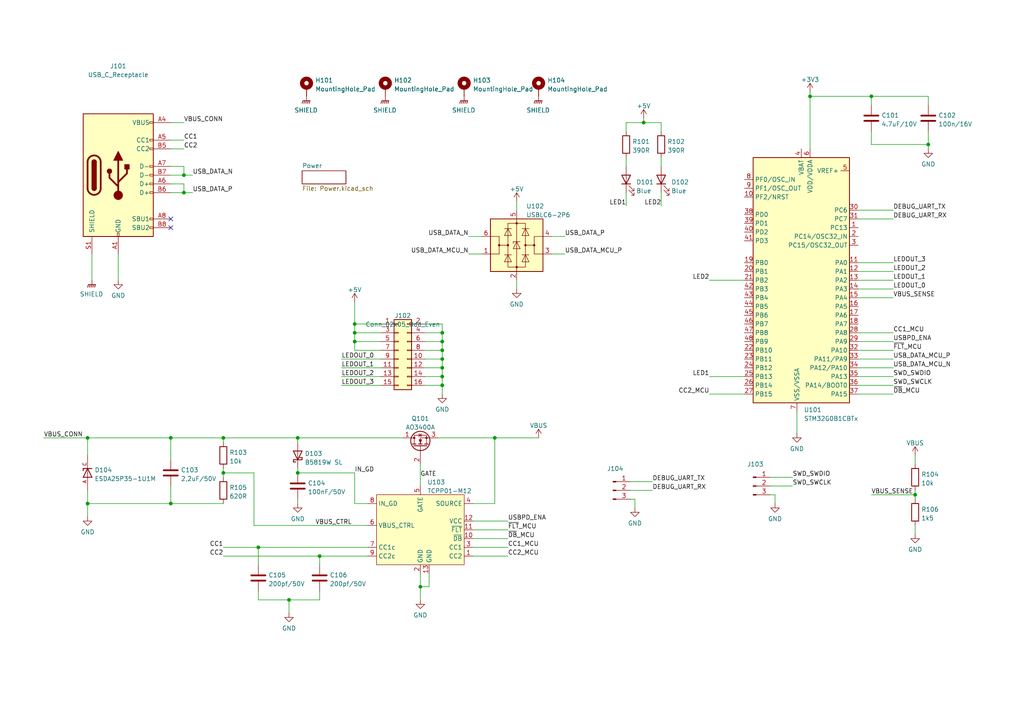
<source format=kicad_sch>
(kicad_sch (version 20211123) (generator eeschema)
  (paper "A4")
  (lib_symbols
    (symbol "Connector:Conn_01x03_Male" (pin_names (offset 1.016) hide)
      (property "Reference" "J" (at 0 5.08 0))
      (property "Value" "Conn_01x03_Male" (at 0 -5.08 0))
      (symbol "Conn_01x03_Male_1_1"
        (polyline (pts (xy 1.27 -2.54) (xy 0.8636 -2.54)) (stroke (width 0.1524)))
        (polyline (pts (xy 1.27 0) (xy 0.8636 0)) (stroke (width 0.1524)))
        (polyline (pts (xy 1.27 2.54) (xy 0.8636 2.54)) (stroke (width 0.1524)))
        (rectangle (start 0.8636 -2.413) (end 0 -2.667) (stroke (width 0.1524)) (fill (type outline)))
        (rectangle (start 0.8636 0.127) (end 0 -0.127) (stroke (width 0.1524)) (fill (type outline)))
        (rectangle (start 0.8636 2.667) (end 0 2.413) (stroke (width 0.1524)) (fill (type outline)))
        (pin passive line (at 5.08 2.54 180) (length 3.81) (name "Pin_1") (number "1"))
        (pin passive line (at 5.08 0 180) (length 3.81) (name "Pin_2") (number "2"))
        (pin passive line (at 5.08 -2.54 180) (length 3.81) (name "Pin_3") (number "3"))
      )
    )
    (symbol "Connector:USB_C_Receptacle_USB2.0" (pin_names (offset 1.016))
      (property "Reference" "J" (at -10.16 19.05 0))
      (property "Value" "USB_C_Receptacle_USB2.0" (at 19.05 19.05 0))
      (symbol "USB_C_Receptacle_USB2.0_0_0"
        (rectangle (start -0.254 -17.78) (end 0.254 -16.764))
        (rectangle (start 10.16 -14.986) (end 9.144 -15.494))
        (rectangle (start 10.16 -12.446) (end 9.144 -12.954))
        (rectangle (start 10.16 -4.826) (end 9.144 -5.334))
        (rectangle (start 10.16 -2.286) (end 9.144 -2.794))
        (rectangle (start 10.16 0.254) (end 9.144 -0.254))
        (rectangle (start 10.16 2.794) (end 9.144 2.286))
        (rectangle (start 10.16 7.874) (end 9.144 7.366))
        (rectangle (start 10.16 10.414) (end 9.144 9.906))
        (rectangle (start 10.16 15.494) (end 9.144 14.986))
      )
      (symbol "USB_C_Receptacle_USB2.0_0_1"
        (rectangle (start -10.16 17.78) (end 10.16 -17.78) (stroke (width 0.254)) (fill (type background)))
        (arc (start -8.89 -3.81) (mid -6.985 -5.715) (end -5.08 -3.81) (stroke (width 0.508)))
        (arc (start -7.62 -3.81) (mid -6.985 -4.445) (end -6.35 -3.81) (stroke (width 0.254)))
        (arc (start -7.62 -3.81) (mid -6.985 -4.445) (end -6.35 -3.81) (stroke (width 0.254)) (fill (type outline)))
        (rectangle (start -7.62 -3.81) (end -6.35 3.81) (stroke (width 0.254)) (fill (type outline)))
        (arc (start -6.35 3.81) (mid -6.985 4.445) (end -7.62 3.81) (stroke (width 0.254)))
        (arc (start -6.35 3.81) (mid -6.985 4.445) (end -7.62 3.81) (stroke (width 0.254)) (fill (type outline)))
        (arc (start -5.08 3.81) (mid -6.985 5.715) (end -8.89 3.81) (stroke (width 0.508)))
        (circle (center -2.54 1.143) (radius 0.635) (stroke (width 0.254)) (fill (type outline)))
        (circle (center 0 -5.842) (radius 1.27) (fill (type outline)))
        (polyline (pts (xy -8.89 -3.81) (xy -8.89 3.81)) (stroke (width 0.508)))
        (polyline (pts (xy -5.08 3.81) (xy -5.08 -3.81)) (stroke (width 0.508)))
        (polyline (pts (xy 0 -5.842) (xy 0 4.318)) (stroke (width 0.508)))
        (polyline (pts (xy 0 -3.302) (xy -2.54 -0.762) (xy -2.54 0.508)) (stroke (width 0.508)))
        (polyline (pts (xy 0 -2.032) (xy 2.54 0.508) (xy 2.54 1.778)) (stroke (width 0.508)))
        (polyline (pts (xy -1.27 4.318) (xy 0 6.858) (xy 1.27 4.318) (xy -1.27 4.318)) (stroke (width 0.254)) (fill (type outline)))
        (rectangle (start 1.905 1.778) (end 3.175 3.048) (stroke (width 0.254)) (fill (type outline)))
      )
      (symbol "USB_C_Receptacle_USB2.0_1_1"
        (pin passive line (at 0 -22.86 90) (length 5.08) (name "GND") (number "A1"))
        (pin passive line (at 0 -22.86 90) (length 5.08) hide (name "GND") (number "A12"))
        (pin passive line (at 15.24 15.24 180) (length 5.08) (name "VBUS") (number "A4"))
        (pin bidirectional line (at 15.24 10.16 180) (length 5.08) (name "CC1") (number "A5"))
        (pin bidirectional line (at 15.24 -2.54 180) (length 5.08) (name "D+") (number "A6"))
        (pin bidirectional line (at 15.24 2.54 180) (length 5.08) (name "D-") (number "A7"))
        (pin bidirectional line (at 15.24 -12.7 180) (length 5.08) (name "SBU1") (number "A8"))
        (pin passive line (at 15.24 15.24 180) (length 5.08) hide (name "VBUS") (number "A9"))
        (pin passive line (at 0 -22.86 90) (length 5.08) hide (name "GND") (number "B1"))
        (pin passive line (at 0 -22.86 90) (length 5.08) hide (name "GND") (number "B12"))
        (pin passive line (at 15.24 15.24 180) (length 5.08) hide (name "VBUS") (number "B4"))
        (pin bidirectional line (at 15.24 7.62 180) (length 5.08) (name "CC2") (number "B5"))
        (pin bidirectional line (at 15.24 -5.08 180) (length 5.08) (name "D+") (number "B6"))
        (pin bidirectional line (at 15.24 0 180) (length 5.08) (name "D-") (number "B7"))
        (pin bidirectional line (at 15.24 -15.24 180) (length 5.08) (name "SBU2") (number "B8"))
        (pin passive line (at 15.24 15.24 180) (length 5.08) hide (name "VBUS") (number "B9"))
        (pin passive line (at -7.62 -22.86 90) (length 5.08) (name "SHIELD") (number "S1"))
      )
    )
    (symbol "Connector_Generic:Conn_02x08_Odd_Even" (pin_names (offset 1.016) hide)
      (property "Reference" "J" (at 1.27 10.16 0))
      (property "Value" "Conn_02x08_Odd_Even" (at 1.27 -12.7 0))
      (symbol "Conn_02x08_Odd_Even_1_1"
        (rectangle (start -1.27 -10.033) (end 0 -10.287) (stroke (width 0.1524)))
        (rectangle (start -1.27 -7.493) (end 0 -7.747) (stroke (width 0.1524)))
        (rectangle (start -1.27 -4.953) (end 0 -5.207) (stroke (width 0.1524)))
        (rectangle (start -1.27 -2.413) (end 0 -2.667) (stroke (width 0.1524)))
        (rectangle (start -1.27 0.127) (end 0 -0.127) (stroke (width 0.1524)))
        (rectangle (start -1.27 2.667) (end 0 2.413) (stroke (width 0.1524)))
        (rectangle (start -1.27 5.207) (end 0 4.953) (stroke (width 0.1524)))
        (rectangle (start -1.27 7.747) (end 0 7.493) (stroke (width 0.1524)))
        (rectangle (start -1.27 8.89) (end 3.81 -11.43) (stroke (width 0.254)) (fill (type background)))
        (rectangle (start 3.81 -10.033) (end 2.54 -10.287) (stroke (width 0.1524)))
        (rectangle (start 3.81 -7.493) (end 2.54 -7.747) (stroke (width 0.1524)))
        (rectangle (start 3.81 -4.953) (end 2.54 -5.207) (stroke (width 0.1524)))
        (rectangle (start 3.81 -2.413) (end 2.54 -2.667) (stroke (width 0.1524)))
        (rectangle (start 3.81 0.127) (end 2.54 -0.127) (stroke (width 0.1524)))
        (rectangle (start 3.81 2.667) (end 2.54 2.413) (stroke (width 0.1524)))
        (rectangle (start 3.81 5.207) (end 2.54 4.953) (stroke (width 0.1524)))
        (rectangle (start 3.81 7.747) (end 2.54 7.493) (stroke (width 0.1524)))
        (pin passive line (at -5.08 7.62 0) (length 3.81) (name "Pin_1") (number "1"))
        (pin passive line (at 7.62 -2.54 180) (length 3.81) (name "Pin_10") (number "10"))
        (pin passive line (at -5.08 -5.08 0) (length 3.81) (name "Pin_11") (number "11"))
        (pin passive line (at 7.62 -5.08 180) (length 3.81) (name "Pin_12") (number "12"))
        (pin passive line (at -5.08 -7.62 0) (length 3.81) (name "Pin_13") (number "13"))
        (pin passive line (at 7.62 -7.62 180) (length 3.81) (name "Pin_14") (number "14"))
        (pin passive line (at -5.08 -10.16 0) (length 3.81) (name "Pin_15") (number "15"))
        (pin passive line (at 7.62 -10.16 180) (length 3.81) (name "Pin_16") (number "16"))
        (pin passive line (at 7.62 7.62 180) (length 3.81) (name "Pin_2") (number "2"))
        (pin passive line (at -5.08 5.08 0) (length 3.81) (name "Pin_3") (number "3"))
        (pin passive line (at 7.62 5.08 180) (length 3.81) (name "Pin_4") (number "4"))
        (pin passive line (at -5.08 2.54 0) (length 3.81) (name "Pin_5") (number "5"))
        (pin passive line (at 7.62 2.54 180) (length 3.81) (name "Pin_6") (number "6"))
        (pin passive line (at -5.08 0 0) (length 3.81) (name "Pin_7") (number "7"))
        (pin passive line (at 7.62 0 180) (length 3.81) (name "Pin_8") (number "8"))
        (pin passive line (at -5.08 -2.54 0) (length 3.81) (name "Pin_9") (number "9"))
      )
    )
    (symbol "Device:C" (pin_numbers hide) (pin_names (offset 0.254))
      (property "Reference" "C" (at 0.635 2.54 0))
      (property "Value" "C" (at 0.635 -2.54 0))
      (symbol "C_0_1"
        (polyline (pts (xy -2.032 -0.762) (xy 2.032 -0.762)) (stroke (width 0.508)))
        (polyline (pts (xy -2.032 0.762) (xy 2.032 0.762)) (stroke (width 0.508)))
      )
      (symbol "C_1_1"
        (pin passive line (at 0 3.81 270) (length 2.794) (name "~") (number "1"))
        (pin passive line (at 0 -3.81 90) (length 2.794) (name "~") (number "2"))
      )
    )
    (symbol "Device:D_Schottky" (pin_numbers hide) (pin_names (offset 1.016) hide)
      (property "Reference" "D" (at 0 2.54 0))
      (property "Value" "D_Schottky" (at 0 -2.54 0))
      (symbol "D_Schottky_0_1"
        (polyline (pts (xy 1.27 0) (xy -1.27 0)))
        (polyline (pts (xy 1.27 1.27) (xy 1.27 -1.27) (xy -1.27 0) (xy 1.27 1.27)) (stroke (width 0.254)))
        (polyline (pts (xy -1.905 0.635) (xy -1.905 1.27) (xy -1.27 1.27) (xy -1.27 -1.27) (xy -0.635 -1.27) (xy -0.635 -0.635)) (stroke (width 0.254)))
      )
      (symbol "D_Schottky_1_1"
        (pin passive line (at -3.81 0 0) (length 2.54) (name "K") (number "1"))
        (pin passive line (at 3.81 0 180) (length 2.54) (name "A") (number "2"))
      )
    )
    (symbol "Device:LED" (pin_numbers hide) (pin_names (offset 1.016) hide)
      (property "Reference" "D" (at 0 2.54 0))
      (property "Value" "LED" (at 0 -2.54 0))
      (symbol "LED_0_1"
        (polyline (pts (xy -1.27 -1.27) (xy -1.27 1.27)) (stroke (width 0.254)))
        (polyline (pts (xy -1.27 0) (xy 1.27 0)))
        (polyline (pts (xy 1.27 -1.27) (xy 1.27 1.27) (xy -1.27 0) (xy 1.27 -1.27)) (stroke (width 0.254)))
        (polyline (pts (xy -3.048 -0.762) (xy -4.572 -2.286) (xy -3.81 -2.286) (xy -4.572 -2.286) (xy -4.572 -1.524)))
        (polyline (pts (xy -1.778 -0.762) (xy -3.302 -2.286) (xy -2.54 -2.286) (xy -3.302 -2.286) (xy -3.302 -1.524)))
      )
      (symbol "LED_1_1"
        (pin passive line (at -3.81 0 0) (length 2.54) (name "K") (number "1"))
        (pin passive line (at 3.81 0 180) (length 2.54) (name "A") (number "2"))
      )
    )
    (symbol "Device:Q_NMOS_DGS" (pin_names (offset 0) hide)
      (property "Reference" "Q" (at 5.08 1.27 0))
      (property "Value" "Q_NMOS_DGS" (at 5.08 -1.27 0))
      (symbol "Q_NMOS_DGS_0_1"
        (polyline (pts (xy 0.254 0) (xy -2.54 0)))
        (polyline (pts (xy 0.254 1.905) (xy 0.254 -1.905)) (stroke (width 0.254)))
        (polyline (pts (xy 0.762 -1.27) (xy 0.762 -2.286)) (stroke (width 0.254)))
        (polyline (pts (xy 0.762 0.508) (xy 0.762 -0.508)) (stroke (width 0.254)))
        (polyline (pts (xy 0.762 2.286) (xy 0.762 1.27)) (stroke (width 0.254)))
        (polyline (pts (xy 2.54 2.54) (xy 2.54 1.778)))
        (polyline (pts (xy 2.54 -2.54) (xy 2.54 0) (xy 0.762 0)))
        (polyline (pts (xy 0.762 -1.778) (xy 3.302 -1.778) (xy 3.302 1.778) (xy 0.762 1.778)))
        (polyline (pts (xy 1.016 0) (xy 2.032 0.381) (xy 2.032 -0.381) (xy 1.016 0)) (fill (type outline)))
        (polyline (pts (xy 2.794 0.508) (xy 2.921 0.381) (xy 3.683 0.381) (xy 3.81 0.254)))
        (polyline (pts (xy 3.302 0.381) (xy 2.921 -0.254) (xy 3.683 -0.254) (xy 3.302 0.381)))
        (circle (center 1.651 0) (radius 2.794) (stroke (width 0.254)))
        (circle (center 2.54 -1.778) (radius 0.254) (fill (type outline)))
        (circle (center 2.54 1.778) (radius 0.254) (fill (type outline)))
      )
      (symbol "Q_NMOS_DGS_1_1"
        (pin passive line (at 2.54 5.08 270) (length 2.54) (name "D") (number "1"))
        (pin input line (at -5.08 0 0) (length 2.54) (name "G") (number "2"))
        (pin passive line (at 2.54 -5.08 90) (length 2.54) (name "S") (number "3"))
      )
    )
    (symbol "Device:R" (pin_numbers hide) (pin_names (offset 0))
      (property "Reference" "R" (at 2.032 0 90))
      (property "Value" "R" (at 0 0 90))
      (symbol "R_0_1"
        (rectangle (start -1.016 -2.54) (end 1.016 2.54) (stroke (width 0.254)))
      )
      (symbol "R_1_1"
        (pin passive line (at 0 3.81 270) (length 1.27) (name "~") (number "1"))
        (pin passive line (at 0 -3.81 90) (length 1.27) (name "~") (number "2"))
      )
    )
    (symbol "Mechanical:MountingHole_Pad" (pin_numbers hide) (pin_names (offset 1.016) hide)
      (property "Reference" "H" (at 0 6.35 0))
      (property "Value" "MountingHole_Pad" (at 0 4.445 0))
      (symbol "MountingHole_Pad_0_1"
        (circle (center 0 1.27) (radius 1.27) (stroke (width 1.27)))
      )
      (symbol "MountingHole_Pad_1_1"
        (pin input line (at 0 -2.54 90) (length 2.54) (name "1") (number "1"))
      )
    )
    (symbol "Power_Protection:USBLC6-2P6" (pin_names hide)
      (property "Reference" "U" (at 2.54 8.89 0))
      (property "Value" "USBLC6-2P6" (at 2.54 -8.89 0))
      (symbol "USBLC6-2P6_0_1"
        (rectangle (start -7.62 -7.62) (end 7.62 7.62) (stroke (width 0.254)) (fill (type background)))
        (circle (center -5.08 0) (radius 0.254) (fill (type outline)))
        (circle (center -2.54 0) (radius 0.254) (fill (type outline)))
        (rectangle (start -2.54 6.35) (end 2.54 -6.35))
        (circle (center 0 -6.35) (radius 0.254) (fill (type outline)))
        (polyline (pts (xy -5.08 -2.54) (xy -7.62 -2.54)))
        (polyline (pts (xy -5.08 0) (xy -5.08 -2.54)))
        (polyline (pts (xy -5.08 2.54) (xy -7.62 2.54)))
        (polyline (pts (xy -1.524 -2.794) (xy -3.556 -2.794)))
        (polyline (pts (xy -1.524 4.826) (xy -3.556 4.826)))
        (polyline (pts (xy 0 -7.62) (xy 0 -6.35)))
        (polyline (pts (xy 0 -6.35) (xy 0 1.27)))
        (polyline (pts (xy 0 1.27) (xy 0 6.35)))
        (polyline (pts (xy 0 6.35) (xy 0 7.62)))
        (polyline (pts (xy 1.524 -2.794) (xy 3.556 -2.794)))
        (polyline (pts (xy 1.524 4.826) (xy 3.556 4.826)))
        (polyline (pts (xy 5.08 -2.54) (xy 7.62 -2.54)))
        (polyline (pts (xy 5.08 0) (xy 5.08 -2.54)))
        (polyline (pts (xy 5.08 2.54) (xy 7.62 2.54)))
        (polyline (pts (xy -2.54 0) (xy -5.08 0) (xy -5.08 2.54)))
        (polyline (pts (xy 2.54 0) (xy 5.08 0) (xy 5.08 2.54)))
        (polyline (pts (xy -3.556 -4.826) (xy -1.524 -4.826) (xy -2.54 -2.794) (xy -3.556 -4.826)))
        (polyline (pts (xy -3.556 2.794) (xy -1.524 2.794) (xy -2.54 4.826) (xy -3.556 2.794)))
        (polyline (pts (xy -1.016 -1.016) (xy 1.016 -1.016) (xy 0 1.016) (xy -1.016 -1.016)))
        (polyline (pts (xy 1.016 1.016) (xy 0.762 1.016) (xy -1.016 1.016) (xy -1.016 0.508)))
        (polyline (pts (xy 3.556 -4.826) (xy 1.524 -4.826) (xy 2.54 -2.794) (xy 3.556 -4.826)))
        (polyline (pts (xy 3.556 2.794) (xy 1.524 2.794) (xy 2.54 4.826) (xy 3.556 2.794)))
        (circle (center 0 6.35) (radius 0.254) (fill (type outline)))
        (circle (center 2.54 0) (radius 0.254) (fill (type outline)))
        (circle (center 5.08 0) (radius 0.254) (fill (type outline)))
      )
      (symbol "USBLC6-2P6_1_1"
        (pin passive line (at -10.16 -2.54 0) (length 2.54) (name "I/O1") (number "1"))
        (pin passive line (at 0 -10.16 90) (length 2.54) (name "GND") (number "2"))
        (pin passive line (at 10.16 -2.54 180) (length 2.54) (name "I/O2") (number "3"))
        (pin passive line (at 10.16 2.54 180) (length 2.54) (name "I/O2") (number "4"))
        (pin passive line (at 0 10.16 270) (length 2.54) (name "VBUS") (number "5"))
        (pin passive line (at -10.16 2.54 0) (length 2.54) (name "I/O1") (number "6"))
      )
    )
    (symbol "Skrooter_symbols:ESDA25P35-1U1M" (pin_names (offset 1.016))
      (property "Reference" "D" (at -5.0835 2.4159 0))
      (property "Value" "ESDA25P35-1U1M" (at -5.0854 -4.9611 0))
      (symbol "ESDA25P35-1U1M_0_0"
        (polyline (pts (xy -1.27 -1.27) (xy -1.27 0)) (stroke (width 0.254)))
        (polyline (pts (xy -1.27 0) (xy -1.27 1.27)) (stroke (width 0.254)))
        (polyline (pts (xy -1.27 0) (xy 1.27 -1.27)) (stroke (width 0.254)))
        (polyline (pts (xy -0.635 -1.27) (xy -1.27 -1.27)) (stroke (width 0.254)))
        (polyline (pts (xy 1.27 -1.27) (xy 1.27 1.27)) (stroke (width 0.254)))
        (polyline (pts (xy 1.27 1.27) (xy -1.27 0)) (stroke (width 0.254)))
        (pin passive line (at 5.08 0 180) (length 5.08) (name "~") (number "A"))
        (pin passive line (at -5.08 0 0) (length 5.08) (name "~") (number "C"))
      )
    )
    (symbol "Skrooter_symbols:SHIELD" (power) (pin_names (offset 0))
      (property "Value" "SHIELD" (at 0 -3.302 0))
      (symbol "SHIELD_0_1"
        (polyline (pts (xy 0 -1.27) (xy 0 0)))
        (polyline (pts (xy -1.016 -1.27) (xy -1.27 -2.032) (xy -1.27 -2.032)) (stroke (width 0.2032)))
        (polyline (pts (xy -0.508 -1.27) (xy -0.762 -2.032) (xy -0.762 -2.032)) (stroke (width 0.2032)))
        (polyline (pts (xy 0 -1.27) (xy -0.254 -2.032) (xy -0.254 -2.032)) (stroke (width 0.2032)))
        (polyline (pts (xy 0.508 -1.27) (xy 0.254 -2.032) (xy 0.254 -2.032)) (stroke (width 0.2032)))
        (polyline (pts (xy 1.016 -1.27) (xy -1.016 -1.27) (xy -1.016 -1.27)) (stroke (width 0.2032)))
        (polyline (pts (xy 1.016 -1.27) (xy 0.762 -2.032) (xy 0.762 -2.032) (xy 0.762 -2.032)) (stroke (width 0.2032)))
      )
      (symbol "SHIELD_1_1"
        (pin power_in line (at 0 0 270) (length 0) hide (name "SHIELD") (number "1"))
      )
    )
    (symbol "Skrooter_symbols:STM32G0B1CBTx"
      (property "Reference" "U" (at -22.86 -72.39 0))
      (property "Value" "STM32G0B1CBTx" (at -20.32 2.54 0))
      (symbol "STM32G0B1CBTx_0_1"
        (rectangle (start -22.86 -71.12) (end 5.08 0) (stroke (width 0.254)) (fill (type background)))
      )
      (symbol "STM32G0B1CBTx_1_1"
        (pin bidirectional line (at 7.62 -20.32 180) (length 2.54) (name "PC13") (number "1"))
        (pin input line (at -25.4 -11.43 0) (length 2.54) (name "PF2/NRST") (number "10"))
        (pin bidirectional line (at 7.62 -30.48 180) (length 2.54) (name "PA0") (number "11"))
        (pin bidirectional line (at 7.62 -33.02 180) (length 2.54) (name "PA1") (number "12"))
        (pin bidirectional line (at 7.62 -35.56 180) (length 2.54) (name "PA2") (number "13"))
        (pin bidirectional line (at 7.62 -38.1 180) (length 2.54) (name "PA3") (number "14"))
        (pin bidirectional line (at 7.62 -40.64 180) (length 2.54) (name "PA4") (number "15"))
        (pin bidirectional line (at 7.62 -43.18 180) (length 2.54) (name "PA5") (number "16"))
        (pin bidirectional line (at 7.62 -45.72 180) (length 2.54) (name "PA6") (number "17"))
        (pin bidirectional line (at 7.62 -48.26 180) (length 2.54) (name "PA7") (number "18"))
        (pin bidirectional line (at -25.4 -30.48 0) (length 2.54) (name "PB0") (number "19"))
        (pin bidirectional line (at 7.62 -22.86 180) (length 2.54) (name "PC14/OSC32_IN") (number "2"))
        (pin bidirectional line (at -25.4 -33.02 0) (length 2.54) (name "PB1") (number "20"))
        (pin bidirectional line (at -25.4 -35.56 0) (length 2.54) (name "PB2") (number "21"))
        (pin bidirectional line (at -25.4 -55.88 0) (length 2.54) (name "PB10") (number "22"))
        (pin bidirectional line (at -25.4 -58.42 0) (length 2.54) (name "PB11") (number "23"))
        (pin bidirectional line (at -25.4 -60.96 0) (length 2.54) (name "PB12") (number "24"))
        (pin bidirectional line (at -25.4 -63.5 0) (length 2.54) (name "PB13") (number "25"))
        (pin bidirectional line (at -25.4 -66.04 0) (length 2.54) (name "PB14") (number "26"))
        (pin bidirectional line (at -25.4 -68.58 0) (length 2.54) (name "PB15") (number "27"))
        (pin bidirectional line (at 7.62 -50.8 180) (length 2.54) (name "PA8") (number "28"))
        (pin bidirectional line (at 7.62 -53.34 180) (length 2.54) (name "PA9") (number "29"))
        (pin bidirectional line (at 7.62 -25.4 180) (length 2.54) (name "PC15/OSC32_OUT") (number "3"))
        (pin bidirectional line (at 7.62 -15.24 180) (length 2.54) (name "PC6") (number "30"))
        (pin bidirectional line (at 7.62 -17.78 180) (length 2.54) (name "PC7") (number "31"))
        (pin bidirectional line (at 7.62 -55.88 180) (length 2.54) (name "PA10") (number "32"))
        (pin bidirectional line (at 7.62 -58.42 180) (length 2.54) (name "PA11/PA9") (number "33"))
        (pin bidirectional line (at 7.62 -60.96 180) (length 2.54) (name "PA12/PA10") (number "34"))
        (pin bidirectional line (at 7.62 -63.5 180) (length 2.54) (name "PA13") (number "35"))
        (pin bidirectional line (at 7.62 -66.04 180) (length 2.54) (name "PA14/BOOT0") (number "36"))
        (pin bidirectional line (at 7.62 -68.58 180) (length 2.54) (name "PA15") (number "37"))
        (pin bidirectional line (at -25.4 -16.51 0) (length 2.54) (name "PD0") (number "38"))
        (pin bidirectional line (at -25.4 -19.05 0) (length 2.54) (name "PD1") (number "39"))
        (pin power_in line (at -8.89 2.54 270) (length 2.54) (name "VBAT") (number "4"))
        (pin bidirectional line (at -25.4 -21.59 0) (length 2.54) (name "PD2") (number "40"))
        (pin bidirectional line (at -25.4 -24.13 0) (length 2.54) (name "PD3") (number "41"))
        (pin bidirectional line (at -25.4 -38.1 0) (length 2.54) (name "PB3") (number "42"))
        (pin bidirectional line (at -25.4 -40.64 0) (length 2.54) (name "PB4") (number "43"))
        (pin bidirectional line (at -25.4 -43.18 0) (length 2.54) (name "PB5") (number "44"))
        (pin bidirectional line (at -25.4 -45.72 0) (length 2.54) (name "PB6") (number "45"))
        (pin bidirectional line (at -25.4 -48.26 0) (length 2.54) (name "PB7") (number "46"))
        (pin bidirectional line (at -25.4 -50.8 0) (length 2.54) (name "PB8") (number "47"))
        (pin bidirectional line (at -25.4 -53.34 0) (length 2.54) (name "PB9") (number "48"))
        (pin bidirectional line (at 5.08 -3.81 180) (length 2.54) (name "VREF+") (number "5"))
        (pin power_in line (at -6.35 2.54 270) (length 2.54) (name "VDD/VDDA") (number "6"))
        (pin power_in line (at -10.16 -73.66 90) (length 2.54) (name "VSS/VSSA") (number "7"))
        (pin input line (at -25.4 -6.35 0) (length 2.54) (name "PF0/OSC_IN") (number "8"))
        (pin input line (at -25.4 -8.89 0) (length 2.54) (name "PF1/OSC_OUT") (number "9"))
      )
    )
    (symbol "Skrooter_symbols:TCPP01-M12"
      (property "Reference" "U" (at -11.43 1.27 0))
      (property "Value" "TCPP01-M12" (at 7.62 1.27 0))
      (symbol "TCPP01-M12_0_1"
        (rectangle (start -12.7 0) (end 12.7 -20.32) (stroke (width 0.1524)) (fill (type background)))
      )
      (symbol "TCPP01-M12_1_1"
        (pin bidirectional line (at 15.24 -17.78 180) (length 2.54) (name "CC2") (number "1"))
        (pin input line (at 15.24 -12.7 180) (length 2.54) (name "~{DB}") (number "10"))
        (pin input line (at 15.24 -10.16 180) (length 2.54) (name "~{FLT}") (number "11"))
        (pin power_in line (at 15.24 -7.62 180) (length 2.54) (name "VCC") (number "12"))
        (pin power_in line (at 2.54 -22.86 90) (length 2.54) (name "GND") (number "13"))
        (pin power_in line (at 0 -22.86 90) (length 2.54) (name "GND") (number "2"))
        (pin bidirectional line (at 15.24 -15.24 180) (length 2.54) (name "CC1") (number "3"))
        (pin power_in line (at 15.24 -2.54 180) (length 2.54) (name "SOURCE") (number "4"))
        (pin output line (at 0 2.54 270) (length 2.54) (name "GATE") (number "5"))
        (pin input line (at -15.24 -8.89 0) (length 2.54) (name "VBUS_CTRL") (number "6"))
        (pin bidirectional line (at -15.24 -15.24 0) (length 2.54) (name "CC1c") (number "7"))
        (pin power_in line (at -15.24 -2.54 0) (length 2.54) (name "IN_GD") (number "8"))
        (pin bidirectional line (at -15.24 -17.78 0) (length 2.54) (name "CC2c") (number "9"))
      )
    )
    (symbol "power:+3V3" (power) (pin_names (offset 0))
      (property "Value" "+3V3" (at 0 3.556 0))
      (symbol "+3V3_0_1"
        (polyline (pts (xy -0.762 1.27) (xy 0 2.54)))
        (polyline (pts (xy 0 0) (xy 0 2.54)))
        (polyline (pts (xy 0 2.54) (xy 0.762 1.27)))
      )
      (symbol "+3V3_1_1"
        (pin power_in line (at 0 0 90) (length 0) hide (name "+3V3") (number "1"))
      )
    )
    (symbol "power:+5V" (power) (pin_names (offset 0))
      (property "Value" "+5V" (at 0 3.556 0))
      (symbol "+5V_0_1"
        (polyline (pts (xy -0.762 1.27) (xy 0 2.54)))
        (polyline (pts (xy 0 0) (xy 0 2.54)))
        (polyline (pts (xy 0 2.54) (xy 0.762 1.27)))
      )
      (symbol "+5V_1_1"
        (pin power_in line (at 0 0 90) (length 0) hide (name "+5V") (number "1"))
      )
    )
    (symbol "power:GND" (power) (pin_names (offset 0))
      (property "Value" "GND" (at 0 -3.81 0))
      (symbol "GND_0_1"
        (polyline (pts (xy 0 0) (xy 0 -1.27) (xy 1.27 -1.27) (xy 0 -2.54) (xy -1.27 -1.27) (xy 0 -1.27)))
      )
      (symbol "GND_1_1"
        (pin power_in line (at 0 0 270) (length 0) hide (name "GND") (number "1"))
      )
    )
    (symbol "power:VBUS" (power) (pin_names (offset 0))
      (property "Value" "VBUS" (at 0 3.81 0))
      (symbol "VBUS_0_1"
        (polyline (pts (xy -0.762 1.27) (xy 0 2.54)))
        (polyline (pts (xy 0 0) (xy 0 2.54)))
        (polyline (pts (xy 0 2.54) (xy 0.762 1.27)))
      )
      (symbol "VBUS_1_1"
        (pin power_in line (at 0 0 90) (length 0) hide (name "VBUS") (number "1"))
      )
    )
  )
  (junction (at 53.34 50.8))
  (junction (at 252.73 27.94))
  (junction (at 83.82 173.99))
  (junction (at 128.27 106.68))
  (junction (at 265.43 143.51))
  (junction (at 86.36 137.16))
  (junction (at 86.36 127))
  (junction (at 234.95 27.94))
  (junction (at 269.24 41.91))
  (junction (at 25.4 146.05))
  (junction (at 121.92 170.18))
  (junction (at 128.27 104.14))
  (junction (at 92.71 161.29))
  (junction (at 64.77 137.16))
  (junction (at 49.53 146.05))
  (junction (at 128.27 109.22))
  (junction (at 128.27 111.76))
  (junction (at 102.87 99.06))
  (junction (at 49.53 127))
  (junction (at 128.27 99.06))
  (junction (at 102.87 96.52))
  (junction (at 64.77 127))
  (junction (at 102.87 93.98))
  (junction (at 128.27 96.52))
  (junction (at 143.51 127))
  (junction (at 53.34 55.88))
  (junction (at 128.27 101.6))
  (junction (at 186.69 35.56))
  (junction (at 74.93 158.75))
  (junction (at 25.4 127))
  (no_connect (at 49.53 63.5))
  (no_connect (at 49.53 66.04))
  (wire (pts (xy 49.53 53.34) (xy 53.34 53.34)))
  (wire (pts (xy 25.4 142.24) (xy 25.4 146.05)))
  (wire (pts (xy 53.34 40.64) (xy 49.53 40.64)))
  (wire (pts (xy 248.92 104.14) (xy 259.08 104.14)))
  (wire (pts (xy 265.43 143.51) (xy 265.43 144.78)))
  (wire (pts (xy 234.95 27.94) (xy 234.95 43.18)))
  (wire (pts (xy 265.43 132.08) (xy 265.43 134.62)))
  (wire (pts (xy 128.27 104.14) (xy 128.27 106.68)))
  (wire (pts (xy 248.92 83.82) (xy 259.08 83.82)))
  (wire (pts (xy 128.27 109.22) (xy 128.27 111.76)))
  (wire (pts (xy 49.53 140.97) (xy 49.53 146.05)))
  (wire (pts (xy 181.61 45.72) (xy 181.61 48.26)))
  (wire (pts (xy 121.92 134.62) (xy 121.92 140.97)))
  (wire (pts (xy 74.93 173.99) (xy 74.93 171.45)))
  (wire (pts (xy 74.93 158.75) (xy 106.68 158.75)))
  (wire (pts (xy 252.73 27.94) (xy 252.73 30.48)))
  (wire (pts (xy 102.87 93.98) (xy 102.87 96.52)))
  (wire (pts (xy 149.86 81.28) (xy 149.86 83.82)))
  (wire (pts (xy 205.74 114.3) (xy 215.9 114.3)))
  (wire (pts (xy 248.92 78.74) (xy 259.08 78.74)))
  (wire (pts (xy 86.36 127) (xy 86.36 128.27)))
  (wire (pts (xy 248.92 86.36) (xy 259.08 86.36)))
  (wire (pts (xy 224.79 143.51) (xy 224.79 146.05)))
  (wire (pts (xy 53.34 43.18) (xy 49.53 43.18)))
  (wire (pts (xy 137.16 156.21) (xy 147.32 156.21)))
  (wire (pts (xy 64.77 137.16) (xy 64.77 138.43)))
  (wire (pts (xy 223.52 138.43) (xy 229.87 138.43)))
  (wire (pts (xy 121.92 170.18) (xy 124.46 170.18)))
  (wire (pts (xy 26.67 81.28) (xy 26.67 73.66)))
  (wire (pts (xy 181.61 55.88) (xy 181.61 59.69)))
  (wire (pts (xy 123.19 93.98) (xy 128.27 93.98)))
  (wire (pts (xy 184.15 144.78) (xy 184.15 147.32)))
  (wire (pts (xy 25.4 149.86) (xy 25.4 146.05)))
  (wire (pts (xy 49.53 127) (xy 49.53 133.35)))
  (wire (pts (xy 252.73 27.94) (xy 269.24 27.94)))
  (wire (pts (xy 135.89 73.66) (xy 139.7 73.66)))
  (wire (pts (xy 64.77 127) (xy 64.77 128.27)))
  (wire (pts (xy 123.19 106.68) (xy 128.27 106.68)))
  (wire (pts (xy 123.19 109.22) (xy 128.27 109.22)))
  (wire (pts (xy 25.4 146.05) (xy 49.53 146.05)))
  (wire (pts (xy 64.77 161.29) (xy 92.71 161.29)))
  (wire (pts (xy 223.52 143.51) (xy 224.79 143.51)))
  (wire (pts (xy 123.19 104.14) (xy 128.27 104.14)))
  (wire (pts (xy 265.43 142.24) (xy 265.43 143.51)))
  (wire (pts (xy 53.34 55.88) (xy 49.53 55.88)))
  (wire (pts (xy 110.49 96.52) (xy 102.87 96.52)))
  (wire (pts (xy 127 127) (xy 143.51 127)))
  (wire (pts (xy 64.77 127) (xy 86.36 127)))
  (wire (pts (xy 128.27 106.68) (xy 128.27 109.22)))
  (wire (pts (xy 86.36 137.16) (xy 102.87 137.16)))
  (wire (pts (xy 121.92 170.18) (xy 121.92 173.99)))
  (wire (pts (xy 182.88 142.24) (xy 189.23 142.24)))
  (wire (pts (xy 259.08 63.5) (xy 248.92 63.5)))
  (wire (pts (xy 123.19 101.6) (xy 128.27 101.6)))
  (wire (pts (xy 259.08 81.28) (xy 248.92 81.28)))
  (wire (pts (xy 248.92 114.3) (xy 259.08 114.3)))
  (wire (pts (xy 102.87 137.16) (xy 102.87 146.05)))
  (wire (pts (xy 86.36 135.89) (xy 86.36 137.16)))
  (wire (pts (xy 64.77 135.89) (xy 64.77 137.16)))
  (wire (pts (xy 143.51 127) (xy 143.51 146.05)))
  (wire (pts (xy 25.4 127) (xy 49.53 127)))
  (wire (pts (xy 102.87 99.06) (xy 110.49 99.06)))
  (wire (pts (xy 137.16 153.67) (xy 147.32 153.67)))
  (wire (pts (xy 53.34 50.8) (xy 55.88 50.8)))
  (wire (pts (xy 143.51 146.05) (xy 137.16 146.05)))
  (wire (pts (xy 64.77 137.16) (xy 73.66 137.16)))
  (wire (pts (xy 248.92 106.68) (xy 259.08 106.68)))
  (wire (pts (xy 137.16 161.29) (xy 147.32 161.29)))
  (wire (pts (xy 149.86 58.42) (xy 149.86 60.96)))
  (wire (pts (xy 49.53 50.8) (xy 53.34 50.8)))
  (wire (pts (xy 49.53 48.26) (xy 53.34 48.26)))
  (wire (pts (xy 102.87 101.6) (xy 102.87 99.06)))
  (wire (pts (xy 265.43 152.4) (xy 265.43 154.94)))
  (wire (pts (xy 99.06 106.68) (xy 110.49 106.68)))
  (wire (pts (xy 205.74 81.28) (xy 215.9 81.28)))
  (wire (pts (xy 248.92 76.2) (xy 259.08 76.2)))
  (wire (pts (xy 86.36 127) (xy 116.84 127)))
  (wire (pts (xy 231.14 119.38) (xy 231.14 125.73)))
  (wire (pts (xy 182.88 144.78) (xy 184.15 144.78)))
  (wire (pts (xy 102.87 146.05) (xy 106.68 146.05)))
  (wire (pts (xy 252.73 143.51) (xy 265.43 143.51)))
  (wire (pts (xy 53.34 48.26) (xy 53.34 50.8)))
  (wire (pts (xy 128.27 99.06) (xy 128.27 101.6)))
  (wire (pts (xy 49.53 146.05) (xy 64.77 146.05)))
  (wire (pts (xy 92.71 161.29) (xy 92.71 163.83)))
  (wire (pts (xy 160.02 73.66) (xy 163.83 73.66)))
  (wire (pts (xy 25.4 127) (xy 25.4 132.08)))
  (wire (pts (xy 191.77 38.1) (xy 191.77 35.56)))
  (wire (pts (xy 182.88 139.7) (xy 189.23 139.7)))
  (wire (pts (xy 64.77 158.75) (xy 74.93 158.75)))
  (wire (pts (xy 248.92 96.52) (xy 259.08 96.52)))
  (wire (pts (xy 252.73 41.91) (xy 269.24 41.91)))
  (wire (pts (xy 128.27 101.6) (xy 128.27 104.14)))
  (wire (pts (xy 99.06 109.22) (xy 110.49 109.22)))
  (wire (pts (xy 269.24 43.18) (xy 269.24 41.91)))
  (wire (pts (xy 137.16 151.13) (xy 147.32 151.13)))
  (wire (pts (xy 248.92 109.22) (xy 259.08 109.22)))
  (wire (pts (xy 205.74 109.22) (xy 215.9 109.22)))
  (wire (pts (xy 135.89 68.58) (xy 139.7 68.58)))
  (wire (pts (xy 181.61 35.56) (xy 186.69 35.56)))
  (wire (pts (xy 99.06 104.14) (xy 110.49 104.14)))
  (wire (pts (xy 259.08 101.6) (xy 248.92 101.6)))
  (wire (pts (xy 110.49 101.6) (xy 102.87 101.6)))
  (wire (pts (xy 123.19 111.76) (xy 128.27 111.76)))
  (wire (pts (xy 234.95 27.94) (xy 252.73 27.94)))
  (wire (pts (xy 102.87 87.63) (xy 102.87 93.98)))
  (wire (pts (xy 143.51 127) (xy 156.21 127)))
  (wire (pts (xy 34.29 73.66) (xy 34.29 81.28)))
  (wire (pts (xy 160.02 68.58) (xy 163.83 68.58)))
  (wire (pts (xy 234.95 26.67) (xy 234.95 27.94)))
  (wire (pts (xy 73.66 152.4) (xy 73.66 137.16)))
  (wire (pts (xy 53.34 53.34) (xy 53.34 55.88)))
  (wire (pts (xy 86.36 144.78) (xy 86.36 146.05)))
  (wire (pts (xy 124.46 170.18) (xy 124.46 166.37)))
  (wire (pts (xy 74.93 158.75) (xy 74.93 163.83)))
  (wire (pts (xy 128.27 111.76) (xy 128.27 114.3)))
  (wire (pts (xy 259.08 99.06) (xy 248.92 99.06)))
  (wire (pts (xy 259.08 60.96) (xy 248.92 60.96)))
  (wire (pts (xy 269.24 41.91) (xy 269.24 38.1)))
  (wire (pts (xy 49.53 127) (xy 64.77 127)))
  (wire (pts (xy 223.52 140.97) (xy 229.87 140.97)))
  (wire (pts (xy 186.69 34.29) (xy 186.69 35.56)))
  (wire (pts (xy 53.34 55.88) (xy 55.88 55.88)))
  (wire (pts (xy 248.92 111.76) (xy 259.08 111.76)))
  (wire (pts (xy 186.69 35.56) (xy 191.77 35.56)))
  (wire (pts (xy 83.82 173.99) (xy 83.82 177.8)))
  (wire (pts (xy 128.27 93.98) (xy 128.27 96.52)))
  (wire (pts (xy 181.61 38.1) (xy 181.61 35.56)))
  (wire (pts (xy 102.87 93.98) (xy 110.49 93.98)))
  (wire (pts (xy 269.24 30.48) (xy 269.24 27.94)))
  (wire (pts (xy 128.27 96.52) (xy 128.27 99.06)))
  (wire (pts (xy 137.16 158.75) (xy 147.32 158.75)))
  (wire (pts (xy 191.77 45.72) (xy 191.77 48.26)))
  (wire (pts (xy 99.06 111.76) (xy 110.49 111.76)))
  (wire (pts (xy 123.19 96.52) (xy 128.27 96.52)))
  (wire (pts (xy 92.71 171.45) (xy 92.71 173.99)))
  (wire (pts (xy 49.53 35.56) (xy 53.34 35.56)))
  (wire (pts (xy 252.73 38.1) (xy 252.73 41.91)))
  (wire (pts (xy 92.71 161.29) (xy 106.68 161.29)))
  (wire (pts (xy 123.19 99.06) (xy 128.27 99.06)))
  (wire (pts (xy 12.7 127) (xy 25.4 127)))
  (wire (pts (xy 92.71 173.99) (xy 83.82 173.99)))
  (wire (pts (xy 102.87 99.06) (xy 102.87 96.52)))
  (wire (pts (xy 121.92 166.37) (xy 121.92 170.18)))
  (wire (pts (xy 191.77 59.69) (xy 191.77 55.88)))
  (wire (pts (xy 83.82 173.99) (xy 74.93 173.99)))
  (wire (pts (xy 73.66 152.4) (xy 106.68 152.4)))
  (label "LEDOUT_2" (at 259.08 78.74 0))
  (label "CC2_MCU" (at 147.32 161.29 0))
  (label "LEDOUT_2" (at 99.06 109.22 0))
  (label "DEBUG_UART_RX" (at 259.08 63.5 0))
  (label "CC2_MCU" (at 205.74 114.3 180))
  (label "LED2" (at 191.77 59.69 180))
  (label "CC1_MCU" (at 259.08 96.52 0))
  (label "LEDOUT_1" (at 259.08 81.28 0))
  (label "DEBUG_UART_TX" (at 259.08 60.96 0))
  (label "LED1" (at 181.61 59.69 180))
  (label "USB_DATA_P" (at 163.83 68.58 0))
  (label "DEBUG_UART_RX" (at 189.23 142.24 0))
  (label "USB_DATA_P" (at 55.88 55.88 0))
  (label "~{DB}_MCU" (at 259.08 114.3 0))
  (label "GATE" (at 121.92 138.43 0))
  (label "SWD_SWDIO" (at 229.87 138.43 0))
  (label "LED2" (at 205.74 81.28 180))
  (label "CC2" (at 64.77 161.29 180))
  (label "CC1_MCU" (at 147.32 158.75 0))
  (label "LEDOUT_3" (at 259.08 76.2 0))
  (label "USB_DATA_MCU_N" (at 259.08 106.68 0))
  (label "LEDOUT_0" (at 99.06 104.14 0))
  (label "VBUS_CONN" (at 12.7 127 0))
  (label "USB_DATA_MCU_P" (at 259.08 104.14 0))
  (label "USBPD_ENA" (at 259.08 99.06 0))
  (label "CC2" (at 53.34 43.18 0))
  (label "LEDOUT_0" (at 259.08 83.82 0))
  (label "USB_DATA_MCU_N" (at 135.89 73.66 180))
  (label "CC1" (at 53.34 40.64 0))
  (label "USB_DATA_MCU_P" (at 163.83 73.66 0))
  (label "VBUS_SENSE" (at 259.08 86.36 0))
  (label "~{FLT}_MCU" (at 147.32 153.67 0))
  (label "VBUS_SENSE" (at 252.73 143.51 0))
  (label "USBPD_ENA" (at 147.32 151.13 0))
  (label "SWD_SWCLK" (at 259.08 111.76 0))
  (label "~{DB}_MCU" (at 147.32 156.21 0))
  (label "SWD_SWDIO" (at 259.08 109.22 0))
  (label "USB_DATA_N" (at 135.89 68.58 180))
  (label "IN_GD" (at 102.87 137.16 0))
  (label "CC1" (at 64.77 158.75 180))
  (label "DEBUG_UART_TX" (at 189.23 139.7 0))
  (label "LEDOUT_1" (at 99.06 106.68 0))
  (label "~{FLT}_MCU" (at 259.08 101.6 0))
  (label "SWD_SWCLK" (at 229.87 140.97 0))
  (label "USB_DATA_N" (at 55.88 50.8 0))
  (label "VBUS_CTRL" (at 91.44 152.4 0))
  (label "LEDOUT_3" (at 99.06 111.76 0))
  (label "LED1" (at 205.74 109.22 180))
  (label "VBUS_CONN" (at 53.34 35.56 0))
  (symbol (lib_id "Device:R") (at 64.77 132.08 0) (unit 1)
    (property "Reference" "R103" (at 66.548 131.2453 0) (effects (justify left)))
    (property "Value" "10k" (at 66.548 133.7822 0) (effects (justify left)))
    (property "Footprint" "Resistor_SMD:R_0402_1005Metric" (effects hide))
    (property "LCSC" "C25744" (effects hide))
  )
  (symbol (lib_id "Skrooter_symbols:SHIELD") (at 111.76 27.94 0) (unit 1)
    (property "Reference" "#PWR0103" (effects hide))
    (property "Value" "SHIELD" (at 111.633 31.977 0))
  )
  (symbol (lib_id "Connector:USB_C_Receptacle_USB2.0") (at 34.29 50.8 0) (unit 1)
    (property "Reference" "J101" (at 34.29 19.1602 0))
    (property "Value" "USB_C_Receptacle" (at 34.29 21.6971 0))
    (property "Footprint" "Connector_USB:USB_C_Receptacle_GCT_USB4105-xx-A_16P_TopMnt_Horizontal" (effects hide))
    (property "Datasheet" "https://www.usb.org/sites/default/files/documents/usb_type-c.zip" (effects hide))
    (property "LCSC" "C2927300" (effects hide))
  )
  (symbol (lib_id "power:VBUS") (at 156.21 127 0) (unit 1)
    (property "Reference" "#PWR0115" (effects hide))
    (property "Value" "VBUS" (at 156.21 123.4242 0))
  )
  (symbol (lib_id "Device:C") (at 92.71 167.64 0) (mirror y) (unit 1)
    (property "Reference" "C106" (at 95.631 166.8053 0) (effects (justify right)))
    (property "Value" "200pf/50V" (at 95.631 169.3422 0) (effects (justify right)))
    (property "Footprint" "Capacitor_SMD:C_0603_1608Metric" (effects hide))
    (property "LCSC" "C1600" (effects hide))
  )
  (symbol (lib_id "Skrooter_symbols:SHIELD") (at 134.62 27.94 0) (unit 1)
    (property "Reference" "#PWR0104" (effects hide))
    (property "Value" "SHIELD" (at 134.493 31.977 0))
  )
  (symbol (lib_id "power:GND") (at 231.14 125.73 0) (unit 1)
    (property "Reference" "#PWR0114" (effects hide))
    (property "Value" "GND" (at 231.14 130.1734 0))
  )
  (symbol (lib_id "power:+5V") (at 102.87 87.63 0) (unit 1)
    (property "Reference" "#PWR0112" (effects hide))
    (property "Value" "+5V" (at 102.87 84.0542 0))
  )
  (symbol (lib_id "Device:LED") (at 181.61 52.07 90) (unit 1)
    (property "Reference" "D101" (at 184.531 52.8228 90) (effects (justify right)))
    (property "Value" "Blue" (at 184.531 55.3597 90) (effects (justify right)))
    (property "Footprint" "LED_SMD:LED_0603_1608Metric" (effects hide))
  )
  (symbol (lib_id "Device:C") (at 49.53 137.16 0) (mirror y) (unit 1)
    (property "Reference" "C103" (at 52.451 136.3253 0) (effects (justify right)))
    (property "Value" "2,2uF/50V" (at 52.451 138.8622 0) (effects (justify right)))
    (property "Footprint" "Capacitor_SMD:C_0805_2012Metric" (effects hide))
    (property "LCSC" "C49217" (effects hide))
  )
  (symbol (lib_id "Skrooter_symbols:ESDA25P35-1U1M") (at 25.4 137.16 270) (unit 1)
    (property "Reference" "D104" (at 27.432 136.3253 90) (effects (justify left)))
    (property "Value" "ESDA25P35-1U1M" (at 27.432 138.8622 90) (effects (justify left)))
    (property "Footprint" "TVS_ESDA25P35-1U1M" (effects hide))
    (property "STANDARD" "Manufacturer Recommendations" (effects hide))
    (property "MANUFACTURER" "STMicroelectronics" (effects hide))
    (property "PARTREV" "2" (effects hide))
    (property "MAXIMUM_PACKAGE_HEIGHT" "0.6 mm" (effects hide))
    (property "LCSC" "C1974707" (effects hide))
  )
  (symbol (lib_id "Connector_Generic:Conn_02x08_Odd_Even") (at 115.57 101.6 0) (unit 1)
    (property "Reference" "J102" (at 116.84 91.5502 0))
    (property "Value" "Conn_02x05_Odd_Even" (at 116.84 94.0871 0))
    (property "Footprint" "Connector_PinHeader_2.54mm:PinHeader_2x08_P2.54mm_Horizontal" (effects hide))
  )
  (symbol (lib_id "power:GND") (at 128.27 114.3 0) (unit 1)
    (property "Reference" "#PWR0113" (effects hide))
    (property "Value" "GND" (at 128.27 118.7434 0))
  )
  (symbol (lib_id "Device:R") (at 181.61 41.91 0) (unit 1)
    (property "Reference" "R101" (at 183.388 41.0753 0) (effects (justify left)))
    (property "Value" "390R" (at 183.388 43.6122 0) (effects (justify left)))
    (property "Footprint" "Resistor_SMD:R_0603_1608Metric" (effects hide))
    (property "LCSC" "C23151" (effects hide))
  )
  (symbol (lib_id "Skrooter_symbols:SHIELD") (at 156.21 27.94 0) (unit 1)
    (property "Reference" "#PWR0105" (effects hide))
    (property "Value" "SHIELD" (at 156.083 31.977 0))
  )
  (symbol (lib_id "Device:D_Schottky") (at 86.36 132.08 90) (unit 1)
    (property "Reference" "D103" (at 88.392 131.5628 90) (effects (justify right)))
    (property "Value" "B5819W SL" (at 88.392 134.0997 90) (effects (justify right)))
    (property "Footprint" "Diode_SMD:D_SOD-123" (effects hide))
    (property "Datasheet" "https://datasheet.lcsc.com/lcsc/1809140216_Jiangsu-Changjing-Electronics-Technology-Co---Ltd--B5819W-SL_C8598.pdf" (effects hide))
    (property "LCSC" "C8598" (effects hide))
  )
  (symbol (lib_id "Power_Protection:USBLC6-2P6") (at 149.86 71.12 0) (unit 1)
    (property "Reference" "U102" (at 152.6287 59.8002 0) (effects (justify left)))
    (property "Value" "USBLC6-2P6" (at 152.6287 62.3371 0) (effects (justify left)))
    (property "Footprint" "Package_TO_SOT_SMD:SOT-666" (effects hide))
    (property "Datasheet" "https://www.st.com/resource/en/datasheet/usblc6-2.pdf" (effects hide))
    (property "LCSC" "C2827693" (effects hide))
  )
  (symbol (lib_id "Connector:Conn_01x03_Male") (at 177.8 142.24 0) (unit 1)
    (property "Reference" "J104" (at 178.435 135.924 0))
    (property "Value" "Conn_01x03_Male" (effects hide))
    (property "Footprint" "Connector_PinHeader_2.54mm:PinHeader_1x03_P2.54mm_Vertical" (effects hide))
  )
  (symbol (lib_id "Connector:Conn_01x03_Male") (at 218.44 140.97 0) (unit 1)
    (property "Reference" "J103" (at 219.075 134.654 0))
    (property "Value" "Conn_01x03_Male" (effects hide))
    (property "Footprint" "Connector_PinHeader_2.54mm:PinHeader_1x03_P2.54mm_Vertical" (effects hide))
  )
  (symbol (lib_id "Mechanical:MountingHole_Pad") (at 134.62 25.4 0) (unit 1)
    (property "Reference" "H103" (at 137.16 23.2953 0) (effects (justify left)))
    (property "Value" "MountingHole_Pad" (at 137.16 25.8322 0) (effects (justify left)))
    (property "Footprint" "MountingHole:MountingHole_3.2mm_M3_Pad_Via" (effects hide))
  )
  (symbol (lib_id "power:GND") (at 83.82 177.8 0) (unit 1)
    (property "Reference" "#PWR0123" (effects hide))
    (property "Value" "GND" (at 83.82 182.2434 0))
  )
  (symbol (lib_id "Device:R") (at 265.43 138.43 0) (unit 1)
    (property "Reference" "R104" (at 267.208 137.5953 0) (effects (justify left)))
    (property "Value" "10k" (at 267.208 140.1322 0) (effects (justify left)))
    (property "Footprint" "Resistor_SMD:R_0402_1005Metric" (effects hide))
    (property "LCSC" "C25744" (effects hide))
  )
  (symbol (lib_id "Skrooter_symbols:SHIELD") (at 26.67 81.28 0) (unit 1)
    (property "Reference" "#PWR0109" (effects hide))
    (property "Value" "SHIELD" (at 26.543 85.317 0))
  )
  (symbol (lib_id "Device:C") (at 252.73 34.29 0) (unit 1)
    (property "Reference" "C101" (at 255.651 33.4553 0) (effects (justify left)))
    (property "Value" "4.7uF/10V" (at 255.651 35.9922 0) (effects (justify left)))
    (property "Footprint" "Capacitor_SMD:C_0402_1005Metric" (effects hide))
    (property "LCSC" "C23733" (effects hide))
  )
  (symbol (lib_id "power:GND") (at 34.29 81.28 0) (unit 1)
    (property "Reference" "#PWR0110" (effects hide))
    (property "Value" "GND" (at 34.29 85.7234 0))
  )
  (symbol (lib_id "power:GND") (at 25.4 149.86 0) (unit 1)
    (property "Reference" "#PWR0120" (effects hide))
    (property "Value" "GND" (at 25.4 154.3034 0))
  )
  (symbol (lib_id "power:+5V") (at 186.69 34.29 0) (unit 1)
    (property "Reference" "#PWR0106" (effects hide))
    (property "Value" "+5V" (at 186.69 30.7142 0))
  )
  (symbol (lib_id "Device:R") (at 191.77 41.91 0) (unit 1)
    (property "Reference" "R102" (at 193.548 41.0753 0) (effects (justify left)))
    (property "Value" "390R" (at 193.548 43.6122 0) (effects (justify left)))
    (property "Footprint" "Resistor_SMD:R_0603_1608Metric" (effects hide))
    (property "LCSC" "C23151" (effects hide))
  )
  (symbol (lib_id "Device:C") (at 269.24 34.29 0) (unit 1)
    (property "Reference" "C102" (at 272.161 33.4553 0) (effects (justify left)))
    (property "Value" "100n/16V" (at 272.161 35.9922 0) (effects (justify left)))
    (property "Footprint" "Capacitor_SMD:C_0402_1005Metric" (effects hide))
    (property "LCSC" "C1525" (effects hide))
  )
  (symbol (lib_id "Skrooter_symbols:SHIELD") (at 88.9 27.94 0) (unit 1)
    (property "Reference" "#PWR0102" (effects hide))
    (property "Value" "SHIELD" (at 88.773 31.977 0))
  )
  (symbol (lib_id "Mechanical:MountingHole_Pad") (at 156.21 25.4 0) (unit 1)
    (property "Reference" "H104" (at 158.75 23.2953 0) (effects (justify left)))
    (property "Value" "MountingHole_Pad" (at 158.75 25.8322 0) (effects (justify left)))
    (property "Footprint" "MountingHole:MountingHole_3.2mm_M3_Pad_Via" (effects hide))
  )
  (symbol (lib_id "Device:LED") (at 191.77 52.07 90) (unit 1)
    (property "Reference" "D102" (at 194.691 52.8228 90) (effects (justify right)))
    (property "Value" "Blue" (at 194.691 55.3597 90) (effects (justify right)))
    (property "Footprint" "LED_SMD:LED_0603_1608Metric" (effects hide))
  )
  (symbol (lib_id "power:GND") (at 269.24 43.18 0) (unit 1)
    (property "Reference" "#PWR0107" (effects hide))
    (property "Value" "GND" (at 269.24 47.6234 0))
  )
  (symbol (lib_id "Device:R") (at 64.77 142.24 0) (unit 1)
    (property "Reference" "R105" (at 66.548 141.4053 0) (effects (justify left)))
    (property "Value" "620R" (at 66.548 143.9422 0) (effects (justify left)))
    (property "Footprint" "Resistor_SMD:R_0603_1608Metric" (effects hide))
    (property "LCSC" "C23220" (effects hide))
  )
  (symbol (lib_id "power:+3V3") (at 234.95 26.67 0) (unit 1)
    (property "Reference" "#PWR0101" (effects hide))
    (property "Value" "+3V3" (at 234.95 23.0942 0))
  )
  (symbol (lib_id "power:GND") (at 86.36 146.05 0) (unit 1)
    (property "Reference" "#PWR0117" (effects hide))
    (property "Value" "GND" (at 86.36 150.4934 0))
  )
  (symbol (lib_id "Skrooter_symbols:TCPP01-M12") (at 121.92 143.51 0) (unit 1)
    (property "Reference" "U103" (at 123.9394 139.861 0) (effects (justify left)))
    (property "Value" "TCPP01-M12" (at 123.9394 142.3979 0) (effects (justify left)))
    (property "Footprint" "Package_DFN_QFN:QFN-12-1EP_3x3mm_P0.5mm_EP1.6x1.6mm" (effects hide))
  )
  (symbol (lib_id "power:VBUS") (at 265.43 132.08 0) (unit 1)
    (property "Reference" "#PWR0116" (effects hide))
    (property "Value" "VBUS" (at 265.43 128.5042 0))
  )
  (symbol (lib_id "power:GND") (at 184.15 147.32 0) (unit 1)
    (property "Reference" "#PWR0119" (effects hide))
    (property "Value" "GND" (at 184.15 151.7634 0))
  )
  (symbol (lib_id "power:GND") (at 265.43 154.94 0) (unit 1)
    (property "Reference" "#PWR0121" (effects hide))
    (property "Value" "GND" (at 265.43 159.3834 0))
  )
  (symbol (lib_id "power:GND") (at 149.86 83.82 0) (unit 1)
    (property "Reference" "#PWR0111" (effects hide))
    (property "Value" "GND" (at 149.86 88.2634 0))
  )
  (symbol (lib_id "Device:R") (at 265.43 148.59 0) (unit 1)
    (property "Reference" "R106" (at 267.208 147.7553 0) (effects (justify left)))
    (property "Value" "1k5" (at 267.208 150.2922 0) (effects (justify left)))
    (property "Footprint" "Resistor_SMD:R_0402_1005Metric" (effects hide))
    (property "LCSC" "C105871" (effects hide))
  )
  (symbol (lib_id "Mechanical:MountingHole_Pad") (at 111.76 25.4 0) (unit 1)
    (property "Reference" "H102" (at 114.3 23.2953 0) (effects (justify left)))
    (property "Value" "MountingHole_Pad" (at 114.3 25.8322 0) (effects (justify left)))
    (property "Footprint" "MountingHole:MountingHole_3.2mm_M3_Pad_Via" (effects hide))
  )
  (symbol (lib_id "Mechanical:MountingHole_Pad") (at 88.9 25.4 0) (unit 1)
    (property "Reference" "H101" (at 91.44 23.2953 0) (effects (justify left)))
    (property "Value" "MountingHole_Pad" (at 91.44 25.8322 0) (effects (justify left)))
    (property "Footprint" "MountingHole:MountingHole_3.2mm_M3_Pad_Via" (effects hide))
  )
  (symbol (lib_id "Device:C") (at 86.36 140.97 0) (unit 1)
    (property "Reference" "C104" (at 89.281 140.1353 0) (effects (justify left)))
    (property "Value" "100nF/50V" (at 89.281 142.6722 0) (effects (justify left)))
    (property "Footprint" "Capacitor_SMD:C_0603_1608Metric_Pad1.08x0.95mm_HandSolder" (effects hide))
  )
  (symbol (lib_id "power:+5V") (at 149.86 58.42 0) (unit 1)
    (property "Reference" "#PWR0108" (effects hide))
    (property "Value" "+5V" (at 149.86 54.8442 0))
  )
  (symbol (lib_id "Device:Q_NMOS_DGS") (at 121.92 129.54 90) (unit 1)
    (property "Reference" "Q101" (at 121.92 121.3952 90))
    (property "Value" "AO3400A" (at 121.92 123.9321 90))
    (property "Footprint" "Package_TO_SOT_SMD:SOT-23" (effects hide))
    (property "Datasheet" "https://datasheet.lcsc.com/lcsc/1811081213_Alpha---Omega-Semicon-AO3400A_C20917.pdf" (effects hide))
    (property "LCSC" "C20917" (effects hide))
  )
  (symbol (lib_id "power:GND") (at 224.79 146.05 0) (unit 1)
    (property "Reference" "#PWR0118" (effects hide))
    (property "Value" "GND" (at 224.79 150.4934 0))
  )
  (symbol (lib_id "Device:C") (at 74.93 167.64 0) (mirror y) (unit 1)
    (property "Reference" "C105" (at 77.851 166.8053 0) (effects (justify right)))
    (property "Value" "200pf/50V" (at 77.851 169.3422 0) (effects (justify right)))
    (property "Footprint" "Capacitor_SMD:C_0603_1608Metric" (effects hide))
    (property "LCSC" "C1600" (effects hide))
  )
  (symbol (lib_id "Skrooter_symbols:STM32G0B1CBTx") (at 241.3 45.72 0) (unit 1)
    (property "Reference" "U101" (at 233.1594 118.8704 0) (effects (justify left)))
    (property "Value" "STM32G0B1CBTx" (at 233.1594 121.4073 0) (effects (justify left)))
    (property "Footprint" "Package_QFP:LQFP-48_7x7mm_P0.5mm" (effects hide))
    (property "LCSC" "C2847904" (effects hide))
  )
  (symbol (lib_id "power:GND") (at 121.92 173.99 0) (unit 1)
    (property "Reference" "#PWR0122" (effects hide))
    (property "Value" "GND" (at 121.92 178.4334 0))
  )
  (sheet (at 87.63 49.53) (size 12.7 3.81) (stroke (width 0.1524))
    (property "Sheet name" "Power" (at 87.63 48.8184 0) (effects (justify left bottom)))
    (property "Sheet file" "Power.kicad_sch" (at 87.63 53.9246 0) (effects (justify left top)))
  )
)
</source>
